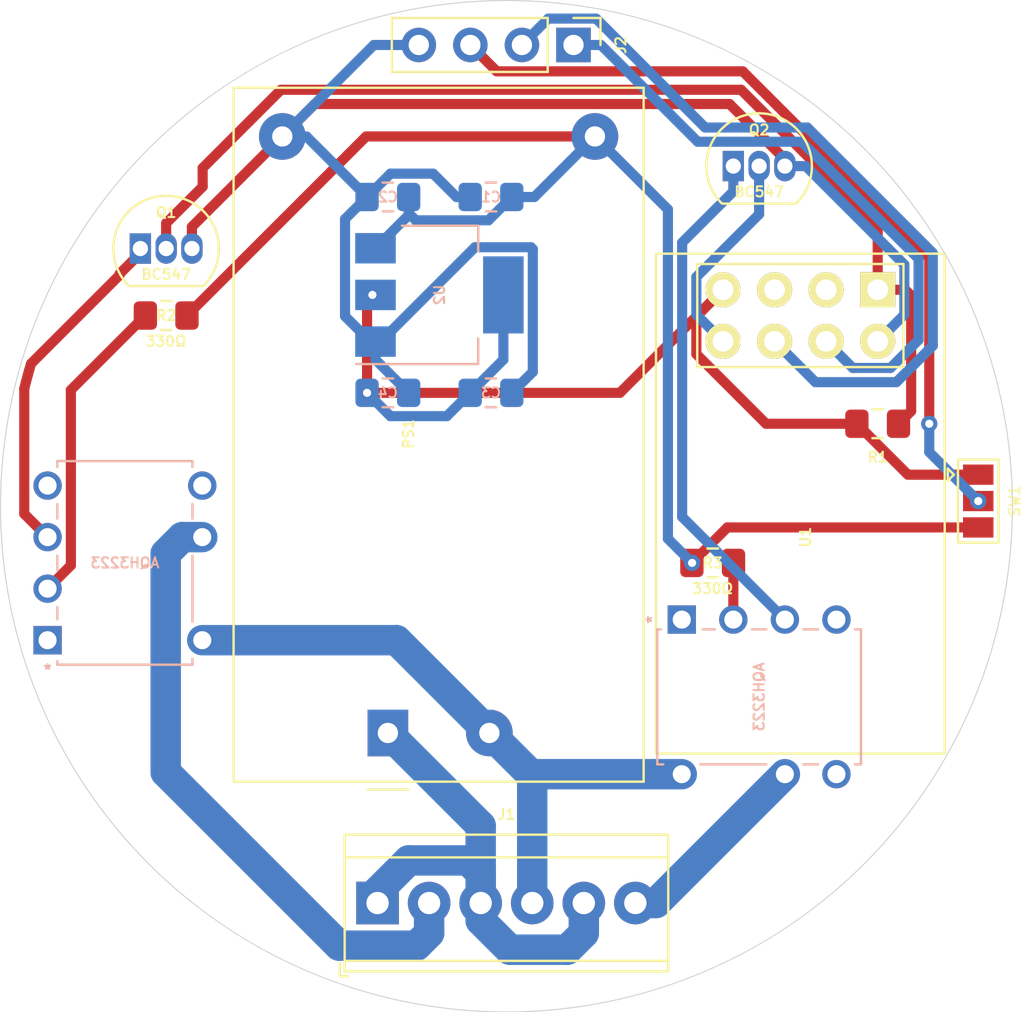
<source format=kicad_pcb>
(kicad_pcb (version 20171130) (host pcbnew "(5.1.4-0)")

  (general
    (thickness 1.6)
    (drawings 7)
    (tracks 152)
    (zones 0)
    (modules 17)
    (nets 17)
  )

  (page A4)
  (layers
    (0 F.Cu signal)
    (31 B.Cu signal)
    (32 B.Adhes user)
    (33 F.Adhes user)
    (34 B.Paste user)
    (35 F.Paste user)
    (36 B.SilkS user)
    (37 F.SilkS user)
    (38 B.Mask user)
    (39 F.Mask user)
    (40 Dwgs.User user)
    (41 Cmts.User user)
    (42 Eco1.User user)
    (43 Eco2.User user)
    (44 Edge.Cuts user)
    (45 Margin user)
    (46 B.CrtYd user)
    (47 F.CrtYd user)
    (48 B.Fab user)
    (49 F.Fab user)
  )

  (setup
    (last_trace_width 0.5)
    (trace_clearance 0.2)
    (zone_clearance 0.508)
    (zone_45_only no)
    (trace_min 0.2)
    (via_size 0.8)
    (via_drill 0.4)
    (via_min_size 0.4)
    (via_min_drill 0.3)
    (uvia_size 0.3)
    (uvia_drill 0.1)
    (uvias_allowed no)
    (uvia_min_size 0.2)
    (uvia_min_drill 0.1)
    (edge_width 0.05)
    (segment_width 0.2)
    (pcb_text_width 0.3)
    (pcb_text_size 1.5 1.5)
    (mod_edge_width 0.12)
    (mod_text_size 0.5 0.5)
    (mod_text_width 0.1)
    (pad_size 1.524 1.524)
    (pad_drill 0.762)
    (pad_to_mask_clearance 0.051)
    (solder_mask_min_width 0.25)
    (aux_axis_origin 0 0)
    (visible_elements FFFFFF7F)
    (pcbplotparams
      (layerselection 0x010fc_ffffffff)
      (usegerberextensions false)
      (usegerberattributes false)
      (usegerberadvancedattributes false)
      (creategerberjobfile false)
      (excludeedgelayer true)
      (linewidth 0.100000)
      (plotframeref false)
      (viasonmask false)
      (mode 1)
      (useauxorigin false)
      (hpglpennumber 1)
      (hpglpenspeed 20)
      (hpglpendiameter 15.000000)
      (psnegative false)
      (psa4output false)
      (plotreference true)
      (plotvalue true)
      (plotinvisibletext false)
      (padsonsilk false)
      (subtractmaskfromsilk false)
      (outputformat 1)
      (mirror false)
      (drillshape 0)
      (scaleselection 1)
      (outputdirectory "gerber/"))
  )

  (net 0 "")
  (net 1 AC)
  (net 2 Earth)
  (net 3 GND)
  (net 4 +5V)
  (net 5 +3.3V)
  (net 6 "Net-(R2-Pad1)")
  (net 7 "Net-(R3-Pad1)")
  (net 8 Relay1)
  (net 9 Relay2)
  (net 10 /TX-Relay)
  (net 11 /TX-Transistor)
  (net 12 /RX-Transistor)
  (net 13 /RX-Relay)
  (net 14 I2C-SCL)
  (net 15 I2C-SDA)
  (net 16 /I2C-VCC)

  (net_class Default "This is the default net class."
    (clearance 0.2)
    (trace_width 0.5)
    (via_dia 0.8)
    (via_drill 0.4)
    (uvia_dia 0.3)
    (uvia_drill 0.1)
    (add_net +3.3V)
    (add_net +5V)
    (add_net /I2C-VCC)
    (add_net /RX-Relay)
    (add_net /RX-Transistor)
    (add_net /TX-Relay)
    (add_net /TX-Transistor)
    (add_net GND)
    (add_net I2C-SCL)
    (add_net I2C-SDA)
    (add_net "Net-(R2-Pad1)")
    (add_net "Net-(R3-Pad1)")
  )

  (net_class AC ""
    (clearance 0.3)
    (trace_width 1.5)
    (via_dia 0.8)
    (via_drill 0.4)
    (uvia_dia 0.3)
    (uvia_drill 0.1)
    (add_net AC)
    (add_net Earth)
    (add_net Relay1)
    (add_net Relay2)
  )

  (net_class Power ""
    (clearance 0.2)
    (trace_width 1)
    (via_dia 0.8)
    (via_drill 0.4)
    (uvia_dia 0.3)
    (uvia_drill 0.1)
  )

  (module Converter_ACDC:Converter_ACDC_HiLink_HLK-PMxx (layer F.Cu) (tedit 5E2230A2) (tstamp 5EB277C3)
    (at 146.558 110.49 90)
    (descr "ACDC-Converter, 3W, HiLink, HLK-PMxx, THT, http://www.hlktech.net/product_detail.php?ProId=54")
    (tags "ACDC-Converter 3W THT HiLink board mount module")
    (path /5D799008)
    (fp_text reference PS1 (at 14.732 1.016 90) (layer F.SilkS)
      (effects (font (size 0.5 0.5) (thickness 0.1)))
    )
    (fp_text value HLK-PM01 (at 14.732 2.286 90) (layer F.Fab)
      (effects (font (size 0.5 0.5) (thickness 0.1)))
    )
    (fp_line (start -2.3 12.5) (end 31.7 12.5) (layer F.Fab) (width 0.15))
    (fp_line (start 31.7 12.5) (end 31.7 -7.5) (layer F.Fab) (width 0.15))
    (fp_line (start -2.3 12.5) (end -2.3 0.99) (layer F.Fab) (width 0.15))
    (fp_line (start -2.3 -7.5) (end 31.7 -7.5) (layer F.Fab) (width 0.15))
    (fp_text user %R (at 14.68 1.016 90) (layer F.Fab)
      (effects (font (size 0.5 0.5) (thickness 0.1)))
    )
    (fp_line (start -1.29 0) (end -2.29 1) (layer F.Fab) (width 0.15))
    (fp_line (start -2.29 -1) (end -1.29 0) (layer F.Fab) (width 0.15))
    (fp_line (start -2.3 -1) (end -2.3 -7.5) (layer F.Fab) (width 0.15))
    (fp_line (start -2.55 12.75) (end 31.95 12.75) (layer F.CrtYd) (width 0.05))
    (fp_line (start 31.95 12.75) (end 31.95 -7.75) (layer F.CrtYd) (width 0.05))
    (fp_line (start 31.95 -7.75) (end -2.55 -7.75) (layer F.CrtYd) (width 0.05))
    (fp_line (start -2.55 -7.75) (end -2.55 12.75) (layer F.CrtYd) (width 0.05))
    (fp_line (start -2.4 -7.6) (end -2.4 12.6) (layer F.SilkS) (width 0.12))
    (fp_line (start -2.4 12.6) (end 31.8 12.6) (layer F.SilkS) (width 0.12))
    (fp_line (start 31.8 12.6) (end 31.8 -7.6) (layer F.SilkS) (width 0.12))
    (fp_line (start 31.8 -7.6) (end -2.4 -7.6) (layer F.SilkS) (width 0.12))
    (fp_line (start -2.79 -1) (end -2.79 1.01) (layer F.SilkS) (width 0.12))
    (pad 3 thru_hole circle (at 29.4 -5.2 90) (size 2.3 2.3) (drill 1) (layers *.Cu *.Mask)
      (net 3 GND))
    (pad 1 thru_hole rect (at 0 0 90) (size 2.3 2) (drill 1) (layers *.Cu *.Mask)
      (net 1 AC))
    (pad 2 thru_hole circle (at 0 5 90) (size 2.3 2.3) (drill 1) (layers *.Cu *.Mask)
      (net 2 Earth))
    (pad 4 thru_hole circle (at 29.4 10.2 90) (size 2.3 2.3) (drill 1) (layers *.Cu *.Mask)
      (net 4 +5V))
    (model ${KISYS3DMOD}/Converter_ACDC.3dshapes/Converter_ACDC_HiLink_HLK-PMxx.wrl
      (offset (xyz 14.7 -2.5 0))
      (scale (xyz 1 1 1))
      (rotate (xyz 0 0 0))
    )
  )

  (module Package_TO_SOT_THT:TO-92_Inline (layer F.Cu) (tedit 5A1DD157) (tstamp 5EB0F861)
    (at 134.366 86.614)
    (descr "TO-92 leads in-line, narrow, oval pads, drill 0.75mm (see NXP sot054_po.pdf)")
    (tags "to-92 sc-43 sc-43a sot54 PA33 transistor")
    (path /5D77B6AC)
    (fp_text reference Q1 (at 1.27 -1.778) (layer F.SilkS)
      (effects (font (size 0.5 0.5) (thickness 0.1)))
    )
    (fp_text value BC547 (at 1.27 1.27) (layer F.SilkS)
      (effects (font (size 0.5 0.5) (thickness 0.1)))
    )
    (fp_arc (start 1.27 0) (end 1.27 -2.6) (angle 135) (layer F.SilkS) (width 0.12))
    (fp_arc (start 1.27 0) (end 1.27 -2.48) (angle -135) (layer F.Fab) (width 0.15))
    (fp_arc (start 1.27 0) (end 1.27 -2.6) (angle -135) (layer F.SilkS) (width 0.12))
    (fp_arc (start 1.27 0) (end 1.27 -2.48) (angle 135) (layer F.Fab) (width 0.15))
    (fp_line (start 4 2.01) (end -1.46 2.01) (layer F.CrtYd) (width 0.05))
    (fp_line (start 4 2.01) (end 4 -2.73) (layer F.CrtYd) (width 0.05))
    (fp_line (start -1.46 -2.73) (end -1.46 2.01) (layer F.CrtYd) (width 0.05))
    (fp_line (start -1.46 -2.73) (end 4 -2.73) (layer F.CrtYd) (width 0.05))
    (fp_line (start -0.5 1.75) (end 3 1.75) (layer F.Fab) (width 0.15))
    (fp_line (start -0.53 1.85) (end 3.07 1.85) (layer F.SilkS) (width 0.12))
    (fp_text user %R (at 1.27 -1.778) (layer F.Fab)
      (effects (font (size 0.5 0.5) (thickness 0.1)))
    )
    (pad 1 thru_hole rect (at 0 0) (size 1.05 1.5) (drill 0.75) (layers *.Cu *.Mask)
      (net 10 /TX-Relay))
    (pad 3 thru_hole oval (at 2.54 0) (size 1.05 1.5) (drill 0.75) (layers *.Cu *.Mask)
      (net 3 GND))
    (pad 2 thru_hole oval (at 1.27 0) (size 1.05 1.5) (drill 0.75) (layers *.Cu *.Mask)
      (net 11 /TX-Transistor))
    (model ${KISYS3DMOD}/Package_TO_SOT_THT.3dshapes/TO-92_Inline.wrl
      (at (xyz 0 0 0))
      (scale (xyz 1 1 1))
      (rotate (xyz 0 0 0))
    )
  )

  (module Package_TO_SOT_THT:TO-92_Inline (layer F.Cu) (tedit 5A1DD157) (tstamp 5EB25E05)
    (at 163.576 82.55)
    (descr "TO-92 leads in-line, narrow, oval pads, drill 0.75mm (see NXP sot054_po.pdf)")
    (tags "to-92 sc-43 sc-43a sot54 PA33 transistor")
    (path /5D77CAE0)
    (fp_text reference Q2 (at 1.27 -1.778) (layer F.SilkS)
      (effects (font (size 0.5 0.5) (thickness 0.1)))
    )
    (fp_text value BC547 (at 1.27 1.27) (layer F.SilkS)
      (effects (font (size 0.5 0.5) (thickness 0.1)))
    )
    (fp_text user %R (at 1.27 -1.778) (layer F.Fab)
      (effects (font (size 0.5 0.5) (thickness 0.1)))
    )
    (fp_line (start -0.53 1.85) (end 3.07 1.85) (layer F.SilkS) (width 0.12))
    (fp_line (start -0.5 1.75) (end 3 1.75) (layer F.Fab) (width 0.15))
    (fp_line (start -1.46 -2.73) (end 4 -2.73) (layer F.CrtYd) (width 0.05))
    (fp_line (start -1.46 -2.73) (end -1.46 2.01) (layer F.CrtYd) (width 0.05))
    (fp_line (start 4 2.01) (end 4 -2.73) (layer F.CrtYd) (width 0.05))
    (fp_line (start 4 2.01) (end -1.46 2.01) (layer F.CrtYd) (width 0.05))
    (fp_arc (start 1.27 0) (end 1.27 -2.48) (angle 135) (layer F.Fab) (width 0.15))
    (fp_arc (start 1.27 0) (end 1.27 -2.6) (angle -135) (layer F.SilkS) (width 0.12))
    (fp_arc (start 1.27 0) (end 1.27 -2.48) (angle -135) (layer F.Fab) (width 0.15))
    (fp_arc (start 1.27 0) (end 1.27 -2.6) (angle 135) (layer F.SilkS) (width 0.12))
    (pad 2 thru_hole oval (at 1.27 0) (size 1.05 1.5) (drill 0.75) (layers *.Cu *.Mask)
      (net 12 /RX-Transistor))
    (pad 3 thru_hole oval (at 2.54 0) (size 1.05 1.5) (drill 0.75) (layers *.Cu *.Mask)
      (net 3 GND))
    (pad 1 thru_hole rect (at 0 0) (size 1.05 1.5) (drill 0.75) (layers *.Cu *.Mask)
      (net 13 /RX-Relay))
    (model ${KISYS3DMOD}/Package_TO_SOT_THT.3dshapes/TO-92_Inline.wrl
      (at (xyz 0 0 0))
      (scale (xyz 1 1 1))
      (rotate (xyz 0 0 0))
    )
  )

  (module Resistor_SMD:R_0805_2012Metric_Pad1.15x1.40mm_HandSolder (layer F.Cu) (tedit 5B36C52B) (tstamp 5EB0F895)
    (at 135.636 89.916)
    (descr "Resistor SMD 0805 (2012 Metric), square (rectangular) end terminal, IPC_7351 nominal with elongated pad for handsoldering. (Body size source: https://docs.google.com/spreadsheets/d/1BsfQQcO9C6DZCsRaXUlFlo91Tg2WpOkGARC1WS5S8t0/edit?usp=sharing), generated with kicad-footprint-generator")
    (tags "resistor handsolder")
    (path /5EB387B6)
    (attr smd)
    (fp_text reference R2 (at 0 0) (layer F.SilkS)
      (effects (font (size 0.5 0.5) (thickness 0.1)))
    )
    (fp_text value 330Ω (at 0 1.27) (layer F.SilkS)
      (effects (font (size 0.5 0.5) (thickness 0.1)))
    )
    (fp_text user %R (at 0 0) (layer F.Fab)
      (effects (font (size 0.5 0.5) (thickness 0.1)))
    )
    (fp_line (start 1.85 0.95) (end -1.85 0.95) (layer F.CrtYd) (width 0.05))
    (fp_line (start 1.85 -0.95) (end 1.85 0.95) (layer F.CrtYd) (width 0.05))
    (fp_line (start -1.85 -0.95) (end 1.85 -0.95) (layer F.CrtYd) (width 0.05))
    (fp_line (start -1.85 0.95) (end -1.85 -0.95) (layer F.CrtYd) (width 0.05))
    (fp_line (start -0.261252 0.71) (end 0.261252 0.71) (layer F.SilkS) (width 0.12))
    (fp_line (start -0.261252 -0.71) (end 0.261252 -0.71) (layer F.SilkS) (width 0.12))
    (fp_line (start 1 0.6) (end -1 0.6) (layer F.Fab) (width 0.15))
    (fp_line (start 1 -0.6) (end 1 0.6) (layer F.Fab) (width 0.15))
    (fp_line (start -1 -0.6) (end 1 -0.6) (layer F.Fab) (width 0.15))
    (fp_line (start -1 0.6) (end -1 -0.6) (layer F.Fab) (width 0.15))
    (pad 2 smd roundrect (at 1.025 0) (size 1.15 1.4) (layers F.Cu F.Paste F.Mask) (roundrect_rratio 0.217391)
      (net 4 +5V))
    (pad 1 smd roundrect (at -1.025 0) (size 1.15 1.4) (layers F.Cu F.Paste F.Mask) (roundrect_rratio 0.217391)
      (net 6 "Net-(R2-Pad1)"))
    (model ${KISYS3DMOD}/Resistor_SMD.3dshapes/R_0805_2012Metric.wrl
      (at (xyz 0 0 0))
      (scale (xyz 1 1 1))
      (rotate (xyz 0 0 0))
    )
  )

  (module Resistor_SMD:R_0805_2012Metric_Pad1.15x1.40mm_HandSolder (layer F.Cu) (tedit 5B36C52B) (tstamp 5EB25E37)
    (at 162.56 102.108 180)
    (descr "Resistor SMD 0805 (2012 Metric), square (rectangular) end terminal, IPC_7351 nominal with elongated pad for handsoldering. (Body size source: https://docs.google.com/spreadsheets/d/1BsfQQcO9C6DZCsRaXUlFlo91Tg2WpOkGARC1WS5S8t0/edit?usp=sharing), generated with kicad-footprint-generator")
    (tags "resistor handsolder")
    (path /5EB1ECA8)
    (attr smd)
    (fp_text reference R3 (at 0 0) (layer F.SilkS)
      (effects (font (size 0.5 0.5) (thickness 0.1)))
    )
    (fp_text value 330Ω (at 0 -1.27) (layer F.SilkS)
      (effects (font (size 0.5 0.5) (thickness 0.1)))
    )
    (fp_line (start -1 0.6) (end -1 -0.6) (layer F.Fab) (width 0.15))
    (fp_line (start -1 -0.6) (end 1 -0.6) (layer F.Fab) (width 0.15))
    (fp_line (start 1 -0.6) (end 1 0.6) (layer F.Fab) (width 0.15))
    (fp_line (start 1 0.6) (end -1 0.6) (layer F.Fab) (width 0.15))
    (fp_line (start -0.261252 -0.71) (end 0.261252 -0.71) (layer F.SilkS) (width 0.12))
    (fp_line (start -0.261252 0.71) (end 0.261252 0.71) (layer F.SilkS) (width 0.12))
    (fp_line (start -1.85 0.95) (end -1.85 -0.95) (layer F.CrtYd) (width 0.05))
    (fp_line (start -1.85 -0.95) (end 1.85 -0.95) (layer F.CrtYd) (width 0.05))
    (fp_line (start 1.85 -0.95) (end 1.85 0.95) (layer F.CrtYd) (width 0.05))
    (fp_line (start 1.85 0.95) (end -1.85 0.95) (layer F.CrtYd) (width 0.05))
    (fp_text user %R (at 0 0) (layer F.Fab)
      (effects (font (size 0.5 0.5) (thickness 0.1)))
    )
    (pad 1 smd roundrect (at -1.025 0 180) (size 1.15 1.4) (layers F.Cu F.Paste F.Mask) (roundrect_rratio 0.217391)
      (net 7 "Net-(R3-Pad1)"))
    (pad 2 smd roundrect (at 1.025 0 180) (size 1.15 1.4) (layers F.Cu F.Paste F.Mask) (roundrect_rratio 0.217391)
      (net 4 +5V))
    (model ${KISYS3DMOD}/Resistor_SMD.3dshapes/R_0805_2012Metric.wrl
      (at (xyz 0 0 0))
      (scale (xyz 1 1 1))
      (rotate (xyz 0 0 0))
    )
  )

  (module ESP8266:ESP-01 (layer F.Cu) (tedit 5E776163) (tstamp 5EB0F8C4)
    (at 170.688 88.646 270)
    (descr "Module, ESP-8266, ESP-01, 8 pin")
    (tags "Module ESP-8266 ESP8266")
    (path /5D777E88)
    (fp_text reference U1 (at 12.192 3.556 90) (layer F.SilkS)
      (effects (font (size 0.5 0.5) (thickness 0.1)))
    )
    (fp_text value ESP-01v090 (at 12.192 3.556 90) (layer F.Fab)
      (effects (font (size 0.5 0.5) (thickness 0.1)))
    )
    (fp_line (start -1.778 -3.302) (end 22.86 -3.302) (layer F.SilkS) (width 0.12))
    (fp_line (start 22.86 -3.302) (end 22.86 10.922) (layer F.SilkS) (width 0.12))
    (fp_line (start 22.86 10.922) (end -1.778 10.922) (layer F.SilkS) (width 0.12))
    (fp_line (start -1.778 10.922) (end -1.778 -3.302) (layer F.SilkS) (width 0.12))
    (fp_line (start -1.778 -3.302) (end 22.86 -3.302) (layer F.Fab) (width 0.15))
    (fp_line (start 22.86 -3.302) (end 22.86 10.922) (layer F.Fab) (width 0.15))
    (fp_line (start 22.86 10.922) (end -1.778 10.922) (layer F.Fab) (width 0.15))
    (fp_line (start -1.778 10.922) (end -1.778 -3.302) (layer F.Fab) (width 0.15))
    (fp_line (start 1.27 -1.27) (end -1.27 -1.27) (layer F.SilkS) (width 0.12))
    (fp_line (start -1.27 -1.27) (end -1.27 1.27) (layer F.SilkS) (width 0.12))
    (fp_line (start -1.75 -1.75) (end -1.75 9.4) (layer F.CrtYd) (width 0.05))
    (fp_line (start 4.3 -1.75) (end 4.3 9.4) (layer F.CrtYd) (width 0.05))
    (fp_line (start -1.75 -1.75) (end 4.3 -1.75) (layer F.CrtYd) (width 0.05))
    (fp_line (start -1.75 9.4) (end 4.3 9.4) (layer F.CrtYd) (width 0.05))
    (fp_line (start -1.27 1.27) (end -1.27 8.89) (layer F.SilkS) (width 0.12))
    (fp_line (start -1.27 8.89) (end 3.81 8.89) (layer F.SilkS) (width 0.12))
    (fp_line (start 3.81 8.89) (end 3.81 -1.27) (layer F.SilkS) (width 0.12))
    (fp_line (start 3.81 -1.27) (end 1.27 -1.27) (layer F.SilkS) (width 0.12))
    (pad 1 thru_hole rect (at 0 0 270) (size 1.7272 1.7272) (drill 1.016) (layers *.Cu *.Mask F.SilkS)
      (net 11 /TX-Transistor))
    (pad 2 thru_hole oval (at 2.54 0 270) (size 1.7272 1.7272) (drill 1.016) (layers *.Cu *.Mask F.SilkS)
      (net 3 GND))
    (pad 3 thru_hole oval (at 0 2.54 270) (size 1.7272 1.7272) (drill 1.016) (layers *.Cu *.Mask F.SilkS))
    (pad 4 thru_hole oval (at 2.54 2.54 270) (size 1.7272 1.7272) (drill 1.016) (layers *.Cu *.Mask F.SilkS)
      (net 14 I2C-SCL))
    (pad 5 thru_hole oval (at 0 5.08 270) (size 1.7272 1.7272) (drill 1.016) (layers *.Cu *.Mask F.SilkS))
    (pad 6 thru_hole oval (at 2.54 5.08 270) (size 1.7272 1.7272) (drill 1.016) (layers *.Cu *.Mask F.SilkS)
      (net 15 I2C-SDA))
    (pad 7 thru_hole oval (at 0 7.62 270) (size 1.7272 1.7272) (drill 1.016) (layers *.Cu *.Mask F.SilkS)
      (net 5 +3.3V))
    (pad 8 thru_hole oval (at 2.54 7.62 270) (size 1.7272 1.7272) (drill 1.016) (layers *.Cu *.Mask F.SilkS)
      (net 12 /RX-Transistor))
    (model /Users/jabbas/kicad/libraries/ESP8266/ESP8266.3dshapes/ESP8266_ESP01_cp.wrl
      (at (xyz 0 0 0))
      (scale (xyz 1 1 1))
      (rotate (xyz 0 0 0))
    )
  )

  (module AQH3223:AQH3223 (layer B.Cu) (tedit 0) (tstamp 5EB0F92A)
    (at 129.794 105.918)
    (path /5EB22205)
    (fp_text reference U3 (at 3.81 -3.81) (layer B.Fab)
      (effects (font (size 0.5 0.5) (thickness 0.1)) (justify mirror))
    )
    (fp_text value AQH3223 (at 3.81 -3.81) (layer B.SilkS)
      (effects (font (size 0.5 0.5) (thickness 0.1)) (justify mirror))
    )
    (fp_arc (start 3.81 1.0795) (end 4.1148 1.0795) (angle -180) (layer B.Fab) (width 0.15))
    (fp_line (start 7.2644 -8.5725) (end 8.5725 -8.5725) (layer B.CrtYd) (width 0.05))
    (fp_line (start 7.2644 -8.9535) (end 7.2644 -8.5725) (layer B.CrtYd) (width 0.05))
    (fp_line (start 0.3556 -8.9535) (end 7.2644 -8.9535) (layer B.CrtYd) (width 0.05))
    (fp_line (start 0.3556 -8.5725) (end 0.3556 -8.9535) (layer B.CrtYd) (width 0.05))
    (fp_line (start -0.9525 -8.5725) (end 0.3556 -8.5725) (layer B.CrtYd) (width 0.05))
    (fp_line (start -0.9525 0.9525) (end -0.9525 -8.5725) (layer B.CrtYd) (width 0.05))
    (fp_line (start 0.3556 0.9525) (end -0.9525 0.9525) (layer B.CrtYd) (width 0.05))
    (fp_line (start 0.3556 1.3335) (end 0.3556 0.9525) (layer B.CrtYd) (width 0.05))
    (fp_line (start 7.2644 1.3335) (end 0.3556 1.3335) (layer B.CrtYd) (width 0.05))
    (fp_line (start 7.2644 0.9525) (end 7.2644 1.3335) (layer B.CrtYd) (width 0.05))
    (fp_line (start 8.5725 0.9525) (end 7.2644 0.9525) (layer B.CrtYd) (width 0.05))
    (fp_line (start 8.5725 -8.5725) (end 8.5725 0.9525) (layer B.CrtYd) (width 0.05))
    (fp_line (start 7.1374 0.911347) (end 7.1374 1.2065) (layer B.SilkS) (width 0.12))
    (fp_line (start 7.1374 -4.168653) (end 7.1374 -0.911347) (layer B.SilkS) (width 0.12))
    (fp_line (start 7.1374 -6.708653) (end 7.1374 -5.991347) (layer B.SilkS) (width 0.12))
    (fp_line (start 0.4826 -8.531347) (end 0.4826 -8.8265) (layer B.SilkS) (width 0.12))
    (fp_line (start 0.4826 -5.991347) (end 0.4826 -6.708653) (layer B.SilkS) (width 0.12))
    (fp_line (start 0.4826 -3.451347) (end 0.4826 -4.168653) (layer B.SilkS) (width 0.12))
    (fp_line (start 0.4826 -1.03124) (end 0.4826 -1.628653) (layer B.SilkS) (width 0.12))
    (fp_line (start 0.6096 1.0795) (end 0.6096 -8.6995) (layer B.Fab) (width 0.15))
    (fp_line (start 7.0104 1.0795) (end 0.6096 1.0795) (layer B.Fab) (width 0.15))
    (fp_line (start 7.0104 -8.6995) (end 7.0104 1.0795) (layer B.Fab) (width 0.15))
    (fp_line (start 0.6096 -8.6995) (end 7.0104 -8.6995) (layer B.Fab) (width 0.15))
    (fp_line (start 0.4826 1.2065) (end 0.4826 1.03124) (layer B.SilkS) (width 0.12))
    (fp_line (start 7.1374 1.2065) (end 0.4826 1.2065) (layer B.SilkS) (width 0.12))
    (fp_line (start 7.1374 -8.8265) (end 7.1374 -8.531347) (layer B.SilkS) (width 0.12))
    (fp_line (start 0.4826 -8.8265) (end 7.1374 -8.8265) (layer B.SilkS) (width 0.12))
    (fp_line (start 8.0645 0.4445) (end 7.0104 0.4445) (layer B.Fab) (width 0.15))
    (fp_line (start 8.0645 -0.4445) (end 8.0645 0.4445) (layer B.Fab) (width 0.15))
    (fp_line (start 7.0104 -0.4445) (end 8.0645 -0.4445) (layer B.Fab) (width 0.15))
    (fp_line (start 7.0104 0.4445) (end 7.0104 -0.4445) (layer B.Fab) (width 0.15))
    (fp_line (start 8.0645 -2.0955) (end 7.0104 -2.0955) (layer B.Fab) (width 0.15))
    (fp_line (start 8.0645 -2.9845) (end 8.0645 -2.0955) (layer B.Fab) (width 0.15))
    (fp_line (start 7.0104 -2.9845) (end 8.0645 -2.9845) (layer B.Fab) (width 0.15))
    (fp_line (start 7.0104 -2.0955) (end 7.0104 -2.9845) (layer B.Fab) (width 0.15))
    (fp_line (start 8.0645 -4.6355) (end 7.0104 -4.6355) (layer B.Fab) (width 0.15))
    (fp_line (start 8.0645 -5.5245) (end 8.0645 -4.6355) (layer B.Fab) (width 0.15))
    (fp_line (start 7.0104 -5.5245) (end 8.0645 -5.5245) (layer B.Fab) (width 0.15))
    (fp_line (start 7.0104 -4.6355) (end 7.0104 -5.5245) (layer B.Fab) (width 0.15))
    (fp_line (start 8.0645 -7.1755) (end 7.0104 -7.1755) (layer B.Fab) (width 0.15))
    (fp_line (start 8.0645 -8.0645) (end 8.0645 -7.1755) (layer B.Fab) (width 0.15))
    (fp_line (start 7.0104 -8.0645) (end 8.0645 -8.0645) (layer B.Fab) (width 0.15))
    (fp_line (start 7.0104 -7.1755) (end 7.0104 -8.0645) (layer B.Fab) (width 0.15))
    (fp_line (start -0.4445 -8.0645) (end 0.6096 -8.0645) (layer B.Fab) (width 0.15))
    (fp_line (start -0.4445 -7.1755) (end -0.4445 -8.0645) (layer B.Fab) (width 0.15))
    (fp_line (start 0.6096 -7.1755) (end -0.4445 -7.1755) (layer B.Fab) (width 0.15))
    (fp_line (start 0.6096 -8.0645) (end 0.6096 -7.1755) (layer B.Fab) (width 0.15))
    (fp_line (start -0.4445 -5.5245) (end 0.6096 -5.5245) (layer B.Fab) (width 0.15))
    (fp_line (start -0.4445 -4.6355) (end -0.4445 -5.5245) (layer B.Fab) (width 0.15))
    (fp_line (start 0.6096 -4.6355) (end -0.4445 -4.6355) (layer B.Fab) (width 0.15))
    (fp_line (start 0.6096 -5.5245) (end 0.6096 -4.6355) (layer B.Fab) (width 0.15))
    (fp_line (start -0.4445 -2.9845) (end 0.6096 -2.9845) (layer B.Fab) (width 0.15))
    (fp_line (start -0.4445 -2.0955) (end -0.4445 -2.9845) (layer B.Fab) (width 0.15))
    (fp_line (start 0.6096 -2.0955) (end -0.4445 -2.0955) (layer B.Fab) (width 0.15))
    (fp_line (start 0.6096 -2.9845) (end 0.6096 -2.0955) (layer B.Fab) (width 0.15))
    (fp_line (start -0.4445 -0.4445) (end 0.6096 -0.4445) (layer B.Fab) (width 0.15))
    (fp_line (start -0.4445 0.4445) (end -0.4445 -0.4445) (layer B.Fab) (width 0.15))
    (fp_line (start 0.6096 0.4445) (end -0.4445 0.4445) (layer B.Fab) (width 0.15))
    (fp_line (start 0.6096 -0.4445) (end 0.6096 0.4445) (layer B.Fab) (width 0.15))
    (fp_text user * (at 0 1.4605) (layer B.SilkS)
      (effects (font (size 0.5 0.5) (thickness 0.1)) (justify mirror))
    )
    (fp_text user * (at 0.8636 0) (layer B.Fab)
      (effects (font (size 0.5 0.5) (thickness 0.1)) (justify mirror))
    )
    (fp_text user 0.055in/1.397mm (at 0 -11.1125) (layer Dwgs.User) hide
      (effects (font (size 0.5 0.5) (thickness 0.1)))
    )
    (fp_text user 0.3in/7.62mm (at 3.81 3.4925) (layer Dwgs.User) hide
      (effects (font (size 0.5 0.5) (thickness 0.1)))
    )
    (fp_text user 0.055in/1.397mm (at 10.668 0) (layer Dwgs.User) hide
      (effects (font (size 0.5 0.5) (thickness 0.1)))
    )
    (fp_text user 0.1in/2.54mm (at -3.048 -1.27) (layer Dwgs.User) hide
      (effects (font (size 0.5 0.5) (thickness 0.1)))
    )
    (fp_text user * (at 0.8636 0) (layer B.Fab)
      (effects (font (size 0.5 0.5) (thickness 0.1)) (justify mirror))
    )
    (fp_text user * (at 0 1.4605) (layer B.SilkS)
      (effects (font (size 0.5 0.5) (thickness 0.1)) (justify mirror))
    )
    (pad 8 thru_hole circle (at 7.62 0) (size 1.397 1.397) (drill 0.889) (layers *.Cu *.Mask)
      (net 2 Earth))
    (pad 6 thru_hole circle (at 7.62 -5.08) (size 1.397 1.397) (drill 0.889) (layers *.Cu *.Mask)
      (net 8 Relay1))
    (pad 5 thru_hole circle (at 7.62 -7.62) (size 1.397 1.397) (drill 0.889) (layers *.Cu *.Mask))
    (pad 4 thru_hole circle (at 0 -7.62) (size 1.397 1.397) (drill 0.889) (layers *.Cu *.Mask))
    (pad 3 thru_hole circle (at 0 -5.08) (size 1.397 1.397) (drill 0.889) (layers *.Cu *.Mask)
      (net 10 /TX-Relay))
    (pad 2 thru_hole circle (at 0 -2.54) (size 1.397 1.397) (drill 0.889) (layers *.Cu *.Mask)
      (net 6 "Net-(R2-Pad1)"))
    (pad 1 thru_hole rect (at 0 0) (size 1.397 1.397) (drill 0.889) (layers *.Cu *.Mask))
  )

  (module AQH3223:AQH3223 (layer B.Cu) (tedit 0) (tstamp 5EB0F97A)
    (at 161.036 104.902 270)
    (path /5EAFDDA7)
    (fp_text reference U4 (at 3.81 -3.81 270) (layer B.Fab)
      (effects (font (size 0.5 0.5) (thickness 0.1)) (justify mirror))
    )
    (fp_text value AQH3223 (at 3.81 -3.81 270) (layer B.SilkS)
      (effects (font (size 0.5 0.5) (thickness 0.1)) (justify mirror))
    )
    (fp_text user * (at 0 1.4605 270) (layer B.SilkS)
      (effects (font (size 0.5 0.5) (thickness 0.1)) (justify mirror))
    )
    (fp_text user * (at 0.8636 0 270) (layer B.Fab)
      (effects (font (size 0.5 0.5) (thickness 0.1)) (justify mirror))
    )
    (fp_text user 0.1in/2.54mm (at -3.048 -1.27 270) (layer Dwgs.User) hide
      (effects (font (size 0.5 0.5) (thickness 0.1)))
    )
    (fp_text user 0.055in/1.397mm (at 10.668 0 270) (layer Dwgs.User) hide
      (effects (font (size 0.5 0.5) (thickness 0.1)))
    )
    (fp_text user 0.3in/7.62mm (at 3.81 3.4925 270) (layer Dwgs.User) hide
      (effects (font (size 0.5 0.5) (thickness 0.1)))
    )
    (fp_text user 0.055in/1.397mm (at 0 -11.1125 270) (layer Dwgs.User) hide
      (effects (font (size 0.5 0.5) (thickness 0.1)))
    )
    (fp_text user * (at 0.8636 0 270) (layer B.Fab)
      (effects (font (size 0.5 0.5) (thickness 0.1)) (justify mirror))
    )
    (fp_text user * (at 0 1.4605 270) (layer B.SilkS)
      (effects (font (size 0.5 0.5) (thickness 0.1)) (justify mirror))
    )
    (fp_line (start 0.6096 -0.4445) (end 0.6096 0.4445) (layer B.Fab) (width 0.15))
    (fp_line (start 0.6096 0.4445) (end -0.4445 0.4445) (layer B.Fab) (width 0.15))
    (fp_line (start -0.4445 0.4445) (end -0.4445 -0.4445) (layer B.Fab) (width 0.15))
    (fp_line (start -0.4445 -0.4445) (end 0.6096 -0.4445) (layer B.Fab) (width 0.15))
    (fp_line (start 0.6096 -2.9845) (end 0.6096 -2.0955) (layer B.Fab) (width 0.15))
    (fp_line (start 0.6096 -2.0955) (end -0.4445 -2.0955) (layer B.Fab) (width 0.15))
    (fp_line (start -0.4445 -2.0955) (end -0.4445 -2.9845) (layer B.Fab) (width 0.15))
    (fp_line (start -0.4445 -2.9845) (end 0.6096 -2.9845) (layer B.Fab) (width 0.15))
    (fp_line (start 0.6096 -5.5245) (end 0.6096 -4.6355) (layer B.Fab) (width 0.15))
    (fp_line (start 0.6096 -4.6355) (end -0.4445 -4.6355) (layer B.Fab) (width 0.15))
    (fp_line (start -0.4445 -4.6355) (end -0.4445 -5.5245) (layer B.Fab) (width 0.15))
    (fp_line (start -0.4445 -5.5245) (end 0.6096 -5.5245) (layer B.Fab) (width 0.15))
    (fp_line (start 0.6096 -8.0645) (end 0.6096 -7.1755) (layer B.Fab) (width 0.15))
    (fp_line (start 0.6096 -7.1755) (end -0.4445 -7.1755) (layer B.Fab) (width 0.15))
    (fp_line (start -0.4445 -7.1755) (end -0.4445 -8.0645) (layer B.Fab) (width 0.15))
    (fp_line (start -0.4445 -8.0645) (end 0.6096 -8.0645) (layer B.Fab) (width 0.15))
    (fp_line (start 7.0104 -7.1755) (end 7.0104 -8.0645) (layer B.Fab) (width 0.15))
    (fp_line (start 7.0104 -8.0645) (end 8.0645 -8.0645) (layer B.Fab) (width 0.15))
    (fp_line (start 8.0645 -8.0645) (end 8.0645 -7.1755) (layer B.Fab) (width 0.15))
    (fp_line (start 8.0645 -7.1755) (end 7.0104 -7.1755) (layer B.Fab) (width 0.15))
    (fp_line (start 7.0104 -4.6355) (end 7.0104 -5.5245) (layer B.Fab) (width 0.15))
    (fp_line (start 7.0104 -5.5245) (end 8.0645 -5.5245) (layer B.Fab) (width 0.15))
    (fp_line (start 8.0645 -5.5245) (end 8.0645 -4.6355) (layer B.Fab) (width 0.15))
    (fp_line (start 8.0645 -4.6355) (end 7.0104 -4.6355) (layer B.Fab) (width 0.15))
    (fp_line (start 7.0104 -2.0955) (end 7.0104 -2.9845) (layer B.Fab) (width 0.15))
    (fp_line (start 7.0104 -2.9845) (end 8.0645 -2.9845) (layer B.Fab) (width 0.15))
    (fp_line (start 8.0645 -2.9845) (end 8.0645 -2.0955) (layer B.Fab) (width 0.15))
    (fp_line (start 8.0645 -2.0955) (end 7.0104 -2.0955) (layer B.Fab) (width 0.15))
    (fp_line (start 7.0104 0.4445) (end 7.0104 -0.4445) (layer B.Fab) (width 0.15))
    (fp_line (start 7.0104 -0.4445) (end 8.0645 -0.4445) (layer B.Fab) (width 0.15))
    (fp_line (start 8.0645 -0.4445) (end 8.0645 0.4445) (layer B.Fab) (width 0.15))
    (fp_line (start 8.0645 0.4445) (end 7.0104 0.4445) (layer B.Fab) (width 0.15))
    (fp_line (start 0.4826 -8.8265) (end 7.1374 -8.8265) (layer B.SilkS) (width 0.12))
    (fp_line (start 7.1374 -8.8265) (end 7.1374 -8.531347) (layer B.SilkS) (width 0.12))
    (fp_line (start 7.1374 1.2065) (end 0.4826 1.2065) (layer B.SilkS) (width 0.12))
    (fp_line (start 0.4826 1.2065) (end 0.4826 1.03124) (layer B.SilkS) (width 0.12))
    (fp_line (start 0.6096 -8.6995) (end 7.0104 -8.6995) (layer B.Fab) (width 0.15))
    (fp_line (start 7.0104 -8.6995) (end 7.0104 1.0795) (layer B.Fab) (width 0.15))
    (fp_line (start 7.0104 1.0795) (end 0.6096 1.0795) (layer B.Fab) (width 0.15))
    (fp_line (start 0.6096 1.0795) (end 0.6096 -8.6995) (layer B.Fab) (width 0.15))
    (fp_line (start 0.4826 -1.03124) (end 0.4826 -1.628653) (layer B.SilkS) (width 0.12))
    (fp_line (start 0.4826 -3.451347) (end 0.4826 -4.168653) (layer B.SilkS) (width 0.12))
    (fp_line (start 0.4826 -5.991347) (end 0.4826 -6.708653) (layer B.SilkS) (width 0.12))
    (fp_line (start 0.4826 -8.531347) (end 0.4826 -8.8265) (layer B.SilkS) (width 0.12))
    (fp_line (start 7.1374 -6.708653) (end 7.1374 -5.991347) (layer B.SilkS) (width 0.12))
    (fp_line (start 7.1374 -4.168653) (end 7.1374 -0.911347) (layer B.SilkS) (width 0.12))
    (fp_line (start 7.1374 0.911347) (end 7.1374 1.2065) (layer B.SilkS) (width 0.12))
    (fp_line (start 8.5725 -8.5725) (end 8.5725 0.9525) (layer B.CrtYd) (width 0.05))
    (fp_line (start 8.5725 0.9525) (end 7.2644 0.9525) (layer B.CrtYd) (width 0.05))
    (fp_line (start 7.2644 0.9525) (end 7.2644 1.3335) (layer B.CrtYd) (width 0.05))
    (fp_line (start 7.2644 1.3335) (end 0.3556 1.3335) (layer B.CrtYd) (width 0.05))
    (fp_line (start 0.3556 1.3335) (end 0.3556 0.9525) (layer B.CrtYd) (width 0.05))
    (fp_line (start 0.3556 0.9525) (end -0.9525 0.9525) (layer B.CrtYd) (width 0.05))
    (fp_line (start -0.9525 0.9525) (end -0.9525 -8.5725) (layer B.CrtYd) (width 0.05))
    (fp_line (start -0.9525 -8.5725) (end 0.3556 -8.5725) (layer B.CrtYd) (width 0.05))
    (fp_line (start 0.3556 -8.5725) (end 0.3556 -8.9535) (layer B.CrtYd) (width 0.05))
    (fp_line (start 0.3556 -8.9535) (end 7.2644 -8.9535) (layer B.CrtYd) (width 0.05))
    (fp_line (start 7.2644 -8.9535) (end 7.2644 -8.5725) (layer B.CrtYd) (width 0.05))
    (fp_line (start 7.2644 -8.5725) (end 8.5725 -8.5725) (layer B.CrtYd) (width 0.05))
    (fp_arc (start 3.81 1.0795) (end 4.1148 1.0795) (angle -180) (layer B.Fab) (width 0.15))
    (pad 1 thru_hole rect (at 0 0 270) (size 1.397 1.397) (drill 0.889) (layers *.Cu *.Mask))
    (pad 2 thru_hole circle (at 0 -2.54 270) (size 1.397 1.397) (drill 0.889) (layers *.Cu *.Mask)
      (net 7 "Net-(R3-Pad1)"))
    (pad 3 thru_hole circle (at 0 -5.08 270) (size 1.397 1.397) (drill 0.889) (layers *.Cu *.Mask)
      (net 13 /RX-Relay))
    (pad 4 thru_hole circle (at 0 -7.62 270) (size 1.397 1.397) (drill 0.889) (layers *.Cu *.Mask))
    (pad 5 thru_hole circle (at 7.62 -7.62 270) (size 1.397 1.397) (drill 0.889) (layers *.Cu *.Mask))
    (pad 6 thru_hole circle (at 7.62 -5.08 270) (size 1.397 1.397) (drill 0.889) (layers *.Cu *.Mask)
      (net 9 Relay2))
    (pad 8 thru_hole circle (at 7.62 0 270) (size 1.397 1.397) (drill 0.889) (layers *.Cu *.Mask)
      (net 2 Earth))
  )

  (module Capacitor_SMD:C_0805_2012Metric_Pad1.15x1.40mm_HandSolder (layer B.Cu) (tedit 5B36C52B) (tstamp 5EB15985)
    (at 151.638 84.074 180)
    (descr "Capacitor SMD 0805 (2012 Metric), square (rectangular) end terminal, IPC_7351 nominal with elongated pad for handsoldering. (Body size source: https://docs.google.com/spreadsheets/d/1BsfQQcO9C6DZCsRaXUlFlo91Tg2WpOkGARC1WS5S8t0/edit?usp=sharing), generated with kicad-footprint-generator")
    (tags "capacitor handsolder")
    (path /5E2C9B4B)
    (attr smd)
    (fp_text reference C1 (at 0 0) (layer B.SilkS)
      (effects (font (size 0.5 0.5) (thickness 0.1)) (justify mirror))
    )
    (fp_text value 4.7uF (at 0 1.524) (layer B.Fab)
      (effects (font (size 0.5 0.5) (thickness 0.1)) (justify mirror))
    )
    (fp_line (start -1 -0.6) (end -1 0.6) (layer B.Fab) (width 0.15))
    (fp_line (start -1 0.6) (end 1 0.6) (layer B.Fab) (width 0.15))
    (fp_line (start 1 0.6) (end 1 -0.6) (layer B.Fab) (width 0.15))
    (fp_line (start 1 -0.6) (end -1 -0.6) (layer B.Fab) (width 0.15))
    (fp_line (start -0.261252 0.71) (end 0.261252 0.71) (layer B.SilkS) (width 0.12))
    (fp_line (start -0.261252 -0.71) (end 0.261252 -0.71) (layer B.SilkS) (width 0.12))
    (fp_line (start -1.85 -0.95) (end -1.85 0.95) (layer B.CrtYd) (width 0.05))
    (fp_line (start -1.85 0.95) (end 1.85 0.95) (layer B.CrtYd) (width 0.05))
    (fp_line (start 1.85 0.95) (end 1.85 -0.95) (layer B.CrtYd) (width 0.05))
    (fp_line (start 1.85 -0.95) (end -1.85 -0.95) (layer B.CrtYd) (width 0.05))
    (fp_text user %R (at 0 0) (layer B.Fab)
      (effects (font (size 0.5 0.5) (thickness 0.1)) (justify mirror))
    )
    (pad 1 smd roundrect (at -1.025 0 180) (size 1.15 1.4) (layers B.Cu B.Paste B.Mask) (roundrect_rratio 0.217391)
      (net 4 +5V))
    (pad 2 smd roundrect (at 1.025 0 180) (size 1.15 1.4) (layers B.Cu B.Paste B.Mask) (roundrect_rratio 0.217391)
      (net 3 GND))
    (model ${KISYS3DMOD}/Capacitor_SMD.3dshapes/C_0805_2012Metric.wrl
      (at (xyz 0 0 0))
      (scale (xyz 1 1 1))
      (rotate (xyz 0 0 0))
    )
  )

  (module Capacitor_SMD:C_0805_2012Metric_Pad1.15x1.40mm_HandSolder (layer B.Cu) (tedit 5B36C52B) (tstamp 5EB15996)
    (at 146.558 84.074 180)
    (descr "Capacitor SMD 0805 (2012 Metric), square (rectangular) end terminal, IPC_7351 nominal with elongated pad for handsoldering. (Body size source: https://docs.google.com/spreadsheets/d/1BsfQQcO9C6DZCsRaXUlFlo91Tg2WpOkGARC1WS5S8t0/edit?usp=sharing), generated with kicad-footprint-generator")
    (tags "capacitor handsolder")
    (path /5E2C885E)
    (attr smd)
    (fp_text reference C2 (at 0 0) (layer B.SilkS)
      (effects (font (size 0.5 0.5) (thickness 0.1)) (justify mirror))
    )
    (fp_text value 1uF (at 0 1.524) (layer B.Fab)
      (effects (font (size 0.5 0.5) (thickness 0.1)) (justify mirror))
    )
    (fp_text user %R (at 0 0) (layer B.Fab)
      (effects (font (size 0.5 0.5) (thickness 0.1)) (justify mirror))
    )
    (fp_line (start 1.85 -0.95) (end -1.85 -0.95) (layer B.CrtYd) (width 0.05))
    (fp_line (start 1.85 0.95) (end 1.85 -0.95) (layer B.CrtYd) (width 0.05))
    (fp_line (start -1.85 0.95) (end 1.85 0.95) (layer B.CrtYd) (width 0.05))
    (fp_line (start -1.85 -0.95) (end -1.85 0.95) (layer B.CrtYd) (width 0.05))
    (fp_line (start -0.261252 -0.71) (end 0.261252 -0.71) (layer B.SilkS) (width 0.12))
    (fp_line (start -0.261252 0.71) (end 0.261252 0.71) (layer B.SilkS) (width 0.12))
    (fp_line (start 1 -0.6) (end -1 -0.6) (layer B.Fab) (width 0.15))
    (fp_line (start 1 0.6) (end 1 -0.6) (layer B.Fab) (width 0.15))
    (fp_line (start -1 0.6) (end 1 0.6) (layer B.Fab) (width 0.15))
    (fp_line (start -1 -0.6) (end -1 0.6) (layer B.Fab) (width 0.15))
    (pad 2 smd roundrect (at 1.025 0 180) (size 1.15 1.4) (layers B.Cu B.Paste B.Mask) (roundrect_rratio 0.217391)
      (net 3 GND))
    (pad 1 smd roundrect (at -1.025 0 180) (size 1.15 1.4) (layers B.Cu B.Paste B.Mask) (roundrect_rratio 0.217391)
      (net 4 +5V))
    (model ${KISYS3DMOD}/Capacitor_SMD.3dshapes/C_0805_2012Metric.wrl
      (at (xyz 0 0 0))
      (scale (xyz 1 1 1))
      (rotate (xyz 0 0 0))
    )
  )

  (module Capacitor_SMD:C_0805_2012Metric_Pad1.15x1.40mm_HandSolder (layer B.Cu) (tedit 5B36C52B) (tstamp 5EB159A7)
    (at 151.638 93.726)
    (descr "Capacitor SMD 0805 (2012 Metric), square (rectangular) end terminal, IPC_7351 nominal with elongated pad for handsoldering. (Body size source: https://docs.google.com/spreadsheets/d/1BsfQQcO9C6DZCsRaXUlFlo91Tg2WpOkGARC1WS5S8t0/edit?usp=sharing), generated with kicad-footprint-generator")
    (tags "capacitor handsolder")
    (path /5E2C9EE9)
    (attr smd)
    (fp_text reference C3 (at 0 0) (layer B.SilkS)
      (effects (font (size 0.5 0.5) (thickness 0.1)) (justify mirror))
    )
    (fp_text value 4.7uF (at 0 1.524) (layer B.Fab)
      (effects (font (size 0.5 0.5) (thickness 0.1)) (justify mirror))
    )
    (fp_text user %R (at 0 0) (layer B.Fab)
      (effects (font (size 0.5 0.5) (thickness 0.1)) (justify mirror))
    )
    (fp_line (start 1.85 -0.95) (end -1.85 -0.95) (layer B.CrtYd) (width 0.05))
    (fp_line (start 1.85 0.95) (end 1.85 -0.95) (layer B.CrtYd) (width 0.05))
    (fp_line (start -1.85 0.95) (end 1.85 0.95) (layer B.CrtYd) (width 0.05))
    (fp_line (start -1.85 -0.95) (end -1.85 0.95) (layer B.CrtYd) (width 0.05))
    (fp_line (start -0.261252 -0.71) (end 0.261252 -0.71) (layer B.SilkS) (width 0.12))
    (fp_line (start -0.261252 0.71) (end 0.261252 0.71) (layer B.SilkS) (width 0.12))
    (fp_line (start 1 -0.6) (end -1 -0.6) (layer B.Fab) (width 0.15))
    (fp_line (start 1 0.6) (end 1 -0.6) (layer B.Fab) (width 0.15))
    (fp_line (start -1 0.6) (end 1 0.6) (layer B.Fab) (width 0.15))
    (fp_line (start -1 -0.6) (end -1 0.6) (layer B.Fab) (width 0.15))
    (pad 2 smd roundrect (at 1.025 0) (size 1.15 1.4) (layers B.Cu B.Paste B.Mask) (roundrect_rratio 0.217391)
      (net 3 GND))
    (pad 1 smd roundrect (at -1.025 0) (size 1.15 1.4) (layers B.Cu B.Paste B.Mask) (roundrect_rratio 0.217391)
      (net 5 +3.3V))
    (model ${KISYS3DMOD}/Capacitor_SMD.3dshapes/C_0805_2012Metric.wrl
      (at (xyz 0 0 0))
      (scale (xyz 1 1 1))
      (rotate (xyz 0 0 0))
    )
  )

  (module Capacitor_SMD:C_0805_2012Metric_Pad1.15x1.40mm_HandSolder (layer B.Cu) (tedit 5B36C52B) (tstamp 5EB159B8)
    (at 146.558 93.726)
    (descr "Capacitor SMD 0805 (2012 Metric), square (rectangular) end terminal, IPC_7351 nominal with elongated pad for handsoldering. (Body size source: https://docs.google.com/spreadsheets/d/1BsfQQcO9C6DZCsRaXUlFlo91Tg2WpOkGARC1WS5S8t0/edit?usp=sharing), generated with kicad-footprint-generator")
    (tags "capacitor handsolder")
    (path /5E2CA7D4)
    (attr smd)
    (fp_text reference C4 (at 0 0) (layer B.SilkS)
      (effects (font (size 0.5 0.5) (thickness 0.1)) (justify mirror))
    )
    (fp_text value 1uF (at 0 1.524) (layer B.Fab)
      (effects (font (size 0.5 0.5) (thickness 0.1)) (justify mirror))
    )
    (fp_line (start -1 -0.6) (end -1 0.6) (layer B.Fab) (width 0.15))
    (fp_line (start -1 0.6) (end 1 0.6) (layer B.Fab) (width 0.15))
    (fp_line (start 1 0.6) (end 1 -0.6) (layer B.Fab) (width 0.15))
    (fp_line (start 1 -0.6) (end -1 -0.6) (layer B.Fab) (width 0.15))
    (fp_line (start -0.261252 0.71) (end 0.261252 0.71) (layer B.SilkS) (width 0.12))
    (fp_line (start -0.261252 -0.71) (end 0.261252 -0.71) (layer B.SilkS) (width 0.12))
    (fp_line (start -1.85 -0.95) (end -1.85 0.95) (layer B.CrtYd) (width 0.05))
    (fp_line (start -1.85 0.95) (end 1.85 0.95) (layer B.CrtYd) (width 0.05))
    (fp_line (start 1.85 0.95) (end 1.85 -0.95) (layer B.CrtYd) (width 0.05))
    (fp_line (start 1.85 -0.95) (end -1.85 -0.95) (layer B.CrtYd) (width 0.05))
    (fp_text user %R (at 0 0) (layer B.Fab)
      (effects (font (size 0.5 0.5) (thickness 0.1)) (justify mirror))
    )
    (pad 1 smd roundrect (at -1.025 0) (size 1.15 1.4) (layers B.Cu B.Paste B.Mask) (roundrect_rratio 0.217391)
      (net 5 +3.3V))
    (pad 2 smd roundrect (at 1.025 0) (size 1.15 1.4) (layers B.Cu B.Paste B.Mask) (roundrect_rratio 0.217391)
      (net 3 GND))
    (model ${KISYS3DMOD}/Capacitor_SMD.3dshapes/C_0805_2012Metric.wrl
      (at (xyz 0 0 0))
      (scale (xyz 1 1 1))
      (rotate (xyz 0 0 0))
    )
  )

  (module Resistor_SMD:R_0805_2012Metric_Pad1.15x1.40mm_HandSolder (layer F.Cu) (tedit 5B36C52B) (tstamp 5EB159C9)
    (at 170.688 95.25 180)
    (descr "Resistor SMD 0805 (2012 Metric), square (rectangular) end terminal, IPC_7351 nominal with elongated pad for handsoldering. (Body size source: https://docs.google.com/spreadsheets/d/1BsfQQcO9C6DZCsRaXUlFlo91Tg2WpOkGARC1WS5S8t0/edit?usp=sharing), generated with kicad-footprint-generator")
    (tags "resistor handsolder")
    (path /5EB3ACA6)
    (attr smd)
    (fp_text reference R1 (at 0 -1.65) (layer F.SilkS)
      (effects (font (size 0.5 0.5) (thickness 0.1)))
    )
    (fp_text value 4k7Ω (at 0 1.65) (layer F.Fab)
      (effects (font (size 0.5 0.5) (thickness 0.1)))
    )
    (fp_line (start -1 0.6) (end -1 -0.6) (layer F.Fab) (width 0.15))
    (fp_line (start -1 -0.6) (end 1 -0.6) (layer F.Fab) (width 0.15))
    (fp_line (start 1 -0.6) (end 1 0.6) (layer F.Fab) (width 0.15))
    (fp_line (start 1 0.6) (end -1 0.6) (layer F.Fab) (width 0.15))
    (fp_line (start -0.261252 -0.71) (end 0.261252 -0.71) (layer F.SilkS) (width 0.12))
    (fp_line (start -0.261252 0.71) (end 0.261252 0.71) (layer F.SilkS) (width 0.12))
    (fp_line (start -1.85 0.95) (end -1.85 -0.95) (layer F.CrtYd) (width 0.05))
    (fp_line (start -1.85 -0.95) (end 1.85 -0.95) (layer F.CrtYd) (width 0.05))
    (fp_line (start 1.85 -0.95) (end 1.85 0.95) (layer F.CrtYd) (width 0.05))
    (fp_line (start 1.85 0.95) (end -1.85 0.95) (layer F.CrtYd) (width 0.05))
    (fp_text user %R (at 0 0) (layer F.Fab)
      (effects (font (size 0.5 0.5) (thickness 0.1)))
    )
    (pad 1 smd roundrect (at -1.025 0 180) (size 1.15 1.4) (layers F.Cu F.Paste F.Mask) (roundrect_rratio 0.217391)
      (net 11 /TX-Transistor))
    (pad 2 smd roundrect (at 1.025 0 180) (size 1.15 1.4) (layers F.Cu F.Paste F.Mask) (roundrect_rratio 0.217391)
      (net 5 +3.3V))
    (model ${KISYS3DMOD}/Resistor_SMD.3dshapes/R_0805_2012Metric.wrl
      (at (xyz 0 0 0))
      (scale (xyz 1 1 1))
      (rotate (xyz 0 0 0))
    )
  )

  (module Package_TO_SOT_SMD:SOT-223-3_TabPin2 (layer B.Cu) (tedit 5A02FF57) (tstamp 5EB159DF)
    (at 149.098 88.9)
    (descr "module CMS SOT223 4 pins")
    (tags "CMS SOT")
    (path /5E27B7A0)
    (attr smd)
    (fp_text reference U2 (at 0 0 270) (layer B.SilkS)
      (effects (font (size 0.5 0.5) (thickness 0.1)) (justify mirror))
    )
    (fp_text value AMS1117-3.3 (at 1.016 0 270) (layer B.Fab)
      (effects (font (size 0.5 0.5) (thickness 0.1)) (justify mirror))
    )
    (fp_text user %R (at 0 0 270) (layer B.Fab)
      (effects (font (size 0.5 0.5) (thickness 0.1)) (justify mirror))
    )
    (fp_line (start 1.91 -3.41) (end 1.91 -2.15) (layer B.SilkS) (width 0.12))
    (fp_line (start 1.91 3.41) (end 1.91 2.15) (layer B.SilkS) (width 0.12))
    (fp_line (start 4.4 3.6) (end -4.4 3.6) (layer B.CrtYd) (width 0.05))
    (fp_line (start 4.4 -3.6) (end 4.4 3.6) (layer B.CrtYd) (width 0.05))
    (fp_line (start -4.4 -3.6) (end 4.4 -3.6) (layer B.CrtYd) (width 0.05))
    (fp_line (start -4.4 3.6) (end -4.4 -3.6) (layer B.CrtYd) (width 0.05))
    (fp_line (start -1.85 2.35) (end -0.85 3.35) (layer B.Fab) (width 0.15))
    (fp_line (start -1.85 2.35) (end -1.85 -3.35) (layer B.Fab) (width 0.15))
    (fp_line (start -1.85 -3.41) (end 1.91 -3.41) (layer B.SilkS) (width 0.12))
    (fp_line (start -0.85 3.35) (end 1.85 3.35) (layer B.Fab) (width 0.15))
    (fp_line (start -4.1 3.41) (end 1.91 3.41) (layer B.SilkS) (width 0.12))
    (fp_line (start -1.85 -3.35) (end 1.85 -3.35) (layer B.Fab) (width 0.15))
    (fp_line (start 1.85 3.35) (end 1.85 -3.35) (layer B.Fab) (width 0.15))
    (pad 2 smd rect (at 3.15 0) (size 2 3.8) (layers B.Cu B.Paste B.Mask)
      (net 5 +3.3V))
    (pad 2 smd rect (at -3.15 0) (size 2 1.5) (layers B.Cu B.Paste B.Mask)
      (net 5 +3.3V))
    (pad 3 smd rect (at -3.15 -2.3) (size 2 1.5) (layers B.Cu B.Paste B.Mask)
      (net 4 +5V))
    (pad 1 smd rect (at -3.15 2.3) (size 2 1.5) (layers B.Cu B.Paste B.Mask)
      (net 3 GND))
    (model ${KISYS3DMOD}/Package_TO_SOT_SMD.3dshapes/SOT-223.wrl
      (at (xyz 0 0 0))
      (scale (xyz 1 1 1))
      (rotate (xyz 0 0 0))
    )
  )

  (module TerminalBlock_TE-Connectivity:TerminalBlock_TE_282834-6_1x06_P2.54mm_Horizontal (layer F.Cu) (tedit 5B1EC513) (tstamp 5EB2E3F0)
    (at 146.05 118.872)
    (descr "Terminal Block TE 282834-6, 6 pins, pitch 2.54mm, size 15.7x6.5mm^2, drill diamater 1.1mm, pad diameter 2.1mm, see http://www.te.com/commerce/DocumentDelivery/DDEController?Action=showdoc&DocId=Customer+Drawing%7F282834%7FC1%7Fpdf%7FEnglish%7FENG_CD_282834_C1.pdf, script-generated using https://github.com/pointhi/kicad-footprint-generator/scripts/TerminalBlock_TE-Connectivity")
    (tags "THT Terminal Block TE 282834-6 pitch 2.54mm size 15.7x6.5mm^2 drill 1.1mm pad 2.1mm")
    (path /5EC1BA9C)
    (fp_text reference J1 (at 6.35 -4.37) (layer F.SilkS)
      (effects (font (size 0.5 0.5) (thickness 0.1)))
    )
    (fp_text value "AC Terminal" (at 6.35 4.37) (layer F.Fab)
      (effects (font (size 0.5 0.5) (thickness 0.1)))
    )
    (fp_circle (center 0 0) (end 1.1 0) (layer F.Fab) (width 0.15))
    (fp_circle (center 2.54 0) (end 3.64 0) (layer F.Fab) (width 0.15))
    (fp_circle (center 5.08 0) (end 6.18 0) (layer F.Fab) (width 0.15))
    (fp_circle (center 7.62 0) (end 8.72 0) (layer F.Fab) (width 0.15))
    (fp_circle (center 10.16 0) (end 11.26 0) (layer F.Fab) (width 0.15))
    (fp_circle (center 12.7 0) (end 13.8 0) (layer F.Fab) (width 0.15))
    (fp_line (start -1.5 -3.25) (end 14.2 -3.25) (layer F.Fab) (width 0.15))
    (fp_line (start 14.2 -3.25) (end 14.2 3.25) (layer F.Fab) (width 0.15))
    (fp_line (start 14.2 3.25) (end -1.1 3.25) (layer F.Fab) (width 0.15))
    (fp_line (start -1.1 3.25) (end -1.5 2.85) (layer F.Fab) (width 0.15))
    (fp_line (start -1.5 2.85) (end -1.5 -3.25) (layer F.Fab) (width 0.15))
    (fp_line (start -1.5 2.85) (end 14.2 2.85) (layer F.Fab) (width 0.15))
    (fp_line (start -1.62 2.85) (end 14.32 2.85) (layer F.SilkS) (width 0.12))
    (fp_line (start -1.5 -2.25) (end 14.2 -2.25) (layer F.Fab) (width 0.15))
    (fp_line (start -1.62 -2.25) (end 14.32 -2.25) (layer F.SilkS) (width 0.12))
    (fp_line (start -1.62 -3.37) (end 14.32 -3.37) (layer F.SilkS) (width 0.12))
    (fp_line (start -1.62 3.37) (end 14.32 3.37) (layer F.SilkS) (width 0.12))
    (fp_line (start -1.62 -3.37) (end -1.62 3.37) (layer F.SilkS) (width 0.12))
    (fp_line (start 14.32 -3.37) (end 14.32 3.37) (layer F.SilkS) (width 0.12))
    (fp_line (start 0.835 -0.7) (end -0.701 0.835) (layer F.Fab) (width 0.15))
    (fp_line (start 0.701 -0.835) (end -0.835 0.7) (layer F.Fab) (width 0.15))
    (fp_line (start 3.375 -0.7) (end 1.84 0.835) (layer F.Fab) (width 0.15))
    (fp_line (start 3.241 -0.835) (end 1.706 0.7) (layer F.Fab) (width 0.15))
    (fp_line (start 5.915 -0.7) (end 4.38 0.835) (layer F.Fab) (width 0.15))
    (fp_line (start 5.781 -0.835) (end 4.246 0.7) (layer F.Fab) (width 0.15))
    (fp_line (start 8.455 -0.7) (end 6.92 0.835) (layer F.Fab) (width 0.15))
    (fp_line (start 8.321 -0.835) (end 6.786 0.7) (layer F.Fab) (width 0.15))
    (fp_line (start 10.995 -0.7) (end 9.46 0.835) (layer F.Fab) (width 0.15))
    (fp_line (start 10.861 -0.835) (end 9.326 0.7) (layer F.Fab) (width 0.15))
    (fp_line (start 13.535 -0.7) (end 12 0.835) (layer F.Fab) (width 0.15))
    (fp_line (start 13.401 -0.835) (end 11.866 0.7) (layer F.Fab) (width 0.15))
    (fp_line (start -1.86 2.97) (end -1.86 3.61) (layer F.SilkS) (width 0.12))
    (fp_line (start -1.86 3.61) (end -1.46 3.61) (layer F.SilkS) (width 0.12))
    (fp_line (start -2 -3.75) (end -2 3.75) (layer F.CrtYd) (width 0.05))
    (fp_line (start -2 3.75) (end 14.7 3.75) (layer F.CrtYd) (width 0.05))
    (fp_line (start 14.7 3.75) (end 14.7 -3.75) (layer F.CrtYd) (width 0.05))
    (fp_line (start 14.7 -3.75) (end -2 -3.75) (layer F.CrtYd) (width 0.05))
    (fp_text user %R (at 6.35 2) (layer F.Fab)
      (effects (font (size 0.5 0.5) (thickness 0.1)))
    )
    (pad 1 thru_hole rect (at 0 0) (size 2.1 2.1) (drill 1.1) (layers *.Cu *.Mask)
      (net 1 AC))
    (pad 2 thru_hole circle (at 2.54 0) (size 2.1 2.1) (drill 1.1) (layers *.Cu *.Mask)
      (net 8 Relay1))
    (pad 3 thru_hole circle (at 5.08 0) (size 2.1 2.1) (drill 1.1) (layers *.Cu *.Mask)
      (net 1 AC))
    (pad 4 thru_hole circle (at 7.62 0) (size 2.1 2.1) (drill 1.1) (layers *.Cu *.Mask)
      (net 2 Earth))
    (pad 5 thru_hole circle (at 10.16 0) (size 2.1 2.1) (drill 1.1) (layers *.Cu *.Mask)
      (net 1 AC))
    (pad 6 thru_hole circle (at 12.7 0) (size 2.1 2.1) (drill 1.1) (layers *.Cu *.Mask)
      (net 9 Relay2))
    (model ${KISYS3DMOD}/TerminalBlock_TE-Connectivity.3dshapes/TerminalBlock_TE_282834-6_1x06_P2.54mm_Horizontal.wrl
      (at (xyz 0 0 0))
      (scale (xyz 1 1 1))
      (rotate (xyz 0 0 0))
    )
  )

  (module Connector_PinHeader_2.54mm:PinHeader_1x04_P2.54mm_Vertical (layer F.Cu) (tedit 59FED5CC) (tstamp 5EB61B6A)
    (at 155.702 76.581 270)
    (descr "Through hole straight pin header, 1x04, 2.54mm pitch, single row")
    (tags "Through hole pin header THT 1x04 2.54mm single row")
    (path /5EB5C6EC)
    (fp_text reference J2 (at 0 -2.33 90) (layer F.SilkS)
      (effects (font (size 0.5 0.5) (thickness 0.1)))
    )
    (fp_text value GPIO/I2C (at 0 9.95 90) (layer F.Fab)
      (effects (font (size 0.5 0.5) (thickness 0.1)))
    )
    (fp_line (start -0.635 -1.27) (end 1.27 -1.27) (layer F.Fab) (width 0.15))
    (fp_line (start 1.27 -1.27) (end 1.27 8.89) (layer F.Fab) (width 0.15))
    (fp_line (start 1.27 8.89) (end -1.27 8.89) (layer F.Fab) (width 0.15))
    (fp_line (start -1.27 8.89) (end -1.27 -0.635) (layer F.Fab) (width 0.15))
    (fp_line (start -1.27 -0.635) (end -0.635 -1.27) (layer F.Fab) (width 0.15))
    (fp_line (start -1.33 8.95) (end 1.33 8.95) (layer F.SilkS) (width 0.12))
    (fp_line (start -1.33 1.27) (end -1.33 8.95) (layer F.SilkS) (width 0.12))
    (fp_line (start 1.33 1.27) (end 1.33 8.95) (layer F.SilkS) (width 0.12))
    (fp_line (start -1.33 1.27) (end 1.33 1.27) (layer F.SilkS) (width 0.12))
    (fp_line (start -1.33 0) (end -1.33 -1.33) (layer F.SilkS) (width 0.12))
    (fp_line (start -1.33 -1.33) (end 0 -1.33) (layer F.SilkS) (width 0.12))
    (fp_line (start -1.8 -1.8) (end -1.8 9.4) (layer F.CrtYd) (width 0.05))
    (fp_line (start -1.8 9.4) (end 1.8 9.4) (layer F.CrtYd) (width 0.05))
    (fp_line (start 1.8 9.4) (end 1.8 -1.8) (layer F.CrtYd) (width 0.05))
    (fp_line (start 1.8 -1.8) (end -1.8 -1.8) (layer F.CrtYd) (width 0.05))
    (fp_text user %R (at 0 3.81) (layer F.Fab)
      (effects (font (size 0.5 0.5) (thickness 0.1)))
    )
    (pad 1 thru_hole rect (at 0 0 270) (size 1.7 1.7) (drill 1) (layers *.Cu *.Mask)
      (net 14 I2C-SCL))
    (pad 2 thru_hole oval (at 0 2.54 270) (size 1.7 1.7) (drill 1) (layers *.Cu *.Mask)
      (net 15 I2C-SDA))
    (pad 3 thru_hole oval (at 0 5.08 270) (size 1.7 1.7) (drill 1) (layers *.Cu *.Mask)
      (net 16 /I2C-VCC))
    (pad 4 thru_hole oval (at 0 7.62 270) (size 1.7 1.7) (drill 1) (layers *.Cu *.Mask)
      (net 3 GND))
    (model ${KISYS3DMOD}/Connector_PinHeader_2.54mm.3dshapes/PinHeader_1x04_P2.54mm_Vertical.wrl
      (at (xyz 0 0 0))
      (scale (xyz 1 1 1))
      (rotate (xyz 0 0 0))
    )
  )

  (module Jumper:SolderJumper-3_P1.3mm_Open_Pad1.0x1.5mm (layer F.Cu) (tedit 5A3F8BB2) (tstamp 5EB636E0)
    (at 175.641 99.06 270)
    (descr "SMD Solder 3-pad Jumper, 1x1.5mm Pads, 0.3mm gap, open")
    (tags "solder jumper open")
    (path /5EB63736)
    (attr virtual)
    (fp_text reference SW1 (at 0 -1.8 90) (layer F.SilkS)
      (effects (font (size 0.5 0.5) (thickness 0.1)))
    )
    (fp_text value VCC_Switch (at 0 2 90) (layer F.Fab)
      (effects (font (size 0.5 0.5) (thickness 0.1)))
    )
    (fp_line (start -1.3 1.2) (end -1 1.5) (layer F.SilkS) (width 0.12))
    (fp_line (start -1.6 1.5) (end -1 1.5) (layer F.SilkS) (width 0.12))
    (fp_line (start -1.3 1.2) (end -1.6 1.5) (layer F.SilkS) (width 0.12))
    (fp_line (start -2.05 1) (end -2.05 -1) (layer F.SilkS) (width 0.12))
    (fp_line (start 2.05 1) (end -2.05 1) (layer F.SilkS) (width 0.12))
    (fp_line (start 2.05 -1) (end 2.05 1) (layer F.SilkS) (width 0.12))
    (fp_line (start -2.05 -1) (end 2.05 -1) (layer F.SilkS) (width 0.12))
    (fp_line (start -2.3 -1.25) (end 2.3 -1.25) (layer F.CrtYd) (width 0.05))
    (fp_line (start -2.3 -1.25) (end -2.3 1.25) (layer F.CrtYd) (width 0.05))
    (fp_line (start 2.3 1.25) (end 2.3 -1.25) (layer F.CrtYd) (width 0.05))
    (fp_line (start 2.3 1.25) (end -2.3 1.25) (layer F.CrtYd) (width 0.05))
    (pad 3 smd rect (at 1.3 0 270) (size 1 1.5) (layers F.Cu F.Mask)
      (net 4 +5V))
    (pad 2 smd rect (at 0 0 270) (size 1 1.5) (layers F.Cu F.Mask)
      (net 16 /I2C-VCC))
    (pad 1 smd rect (at -1.3 0 270) (size 1 1.5) (layers F.Cu F.Mask)
      (net 5 +3.3V))
  )

  (gr_circle (center 152.4 99.314) (end 177.292 100.584) (layer Edge.Cuts) (width 0.05))
  (gr_text VOUT (at 144.272 93.726 270) (layer B.Fab)
    (effects (font (size 0.5 0.5) (thickness 0.1)) (justify mirror))
  )
  (gr_text VIN (at 153.924 84.074 90) (layer B.Fab)
    (effects (font (size 0.5 0.5) (thickness 0.1)) (justify mirror))
  )
  (gr_line (start 154.178 82.042) (end 144.018 82.042) (layer B.CrtYd) (width 0.05) (tstamp 5EB2565D))
  (gr_line (start 154.178 95.758) (end 154.178 82.042) (layer B.CrtYd) (width 0.05))
  (gr_line (start 144.018 95.758) (end 154.178 95.758) (layer B.CrtYd) (width 0.05))
  (gr_line (start 144.018 82.042) (end 144.018 95.758) (layer B.CrtYd) (width 0.05))

  (via (at 175.641 99.06) (size 0.8) (drill 0.4) (layers F.Cu B.Cu) (net 16) (status 30))
  (via (at 161.544 102.108) (size 0.8) (drill 0.4) (layers F.Cu B.Cu) (net 4) (status 30))
  (segment (start 156.21 120.356924) (end 156.21 118.872) (width 1.5) (layer B.Cu) (net 1) (status 20))
  (segment (start 155.394923 121.172001) (end 156.21 120.356924) (width 1.5) (layer B.Cu) (net 1))
  (segment (start 152.565999 121.172001) (end 155.394923 121.172001) (width 1.5) (layer B.Cu) (net 1))
  (segment (start 151.13 119.736002) (end 152.565999 121.172001) (width 1.5) (layer B.Cu) (net 1) (status 10))
  (segment (start 151.13 118.872) (end 151.13 119.736002) (width 1.5) (layer B.Cu) (net 1) (status 30))
  (segment (start 150.514923 116.771999) (end 147.581999 116.771999) (width 1.5) (layer B.Cu) (net 1))
  (segment (start 151.13 117.387076) (end 150.514923 116.771999) (width 1.5) (layer B.Cu) (net 1))
  (segment (start 146.05 118.303998) (end 146.05 118.872) (width 1.5) (layer B.Cu) (net 1) (status 30))
  (segment (start 147.581999 116.771999) (end 146.05 118.303998) (width 1.5) (layer B.Cu) (net 1) (status 20))
  (segment (start 151.13 118.872) (end 151.13 117.387076) (width 1.5) (layer B.Cu) (net 1) (status 10))
  (segment (start 151.13 115.062) (end 146.558 110.49) (width 1.5) (layer B.Cu) (net 1) (status 20))
  (segment (start 151.13 118.872) (end 151.13 115.062) (width 1.5) (layer B.Cu) (net 1) (status 10))
  (segment (start 153.67 112.602) (end 153.67 118.872) (width 1.5) (layer B.Cu) (net 2) (status 20))
  (segment (start 151.558 110.49) (end 153.67 112.602) (width 1.5) (layer B.Cu) (net 2) (status 10))
  (segment (start 153.59 112.522) (end 151.558 110.49) (width 1.5) (layer B.Cu) (net 2) (status 20))
  (segment (start 161.036 112.522) (end 153.59 112.522) (width 1.5) (layer B.Cu) (net 2) (status 10))
  (segment (start 146.986 105.918) (end 137.414 105.918) (width 1.5) (layer B.Cu) (net 2) (status 20))
  (segment (start 151.558 110.49) (end 146.986 105.918) (width 1.5) (layer B.Cu) (net 2) (status 10))
  (segment (start 148.78799 82.92399) (end 146.68301 82.92399) (width 0.5) (layer B.Cu) (net 3))
  (segment (start 150.613 84.074) (end 149.938 84.074) (width 0.5) (layer B.Cu) (net 3) (status 10))
  (segment (start 146.68301 82.92399) (end 145.533 84.074) (width 0.5) (layer B.Cu) (net 3) (status 20))
  (segment (start 149.938 84.074) (end 148.78799 82.92399) (width 0.5) (layer B.Cu) (net 3))
  (segment (start 145.698 91.2) (end 145.948 91.2) (width 0.5) (layer B.Cu) (net 3) (status 30))
  (segment (start 145.533 84.074) (end 144.448 85.159) (width 0.5) (layer B.Cu) (net 3) (status 10))
  (segment (start 144.448 85.159) (end 144.448 89.95) (width 0.5) (layer B.Cu) (net 3))
  (segment (start 144.448 89.95) (end 145.698 91.2) (width 0.5) (layer B.Cu) (net 3) (status 20))
  (segment (start 145.948 92.091) (end 147.583 93.726) (width 0.5) (layer B.Cu) (net 3) (status 20))
  (segment (start 145.948 91.2) (end 145.948 92.091) (width 0.5) (layer B.Cu) (net 3) (status 10))
  (segment (start 153.698001 86.639999) (end 153.698001 92.690999) (width 0.5) (layer B.Cu) (net 3))
  (segment (start 145.948 91.2) (end 146.198 91.2) (width 0.5) (layer B.Cu) (net 3) (status 30))
  (segment (start 153.698001 92.690999) (end 152.663 93.726) (width 0.5) (layer B.Cu) (net 3) (status 20))
  (segment (start 146.198 91.2) (end 150.848001 86.549999) (width 0.5) (layer B.Cu) (net 3) (status 10))
  (segment (start 153.608001 86.549999) (end 153.698001 86.639999) (width 0.5) (layer B.Cu) (net 3))
  (segment (start 136.906 85.542) (end 136.906 86.614) (width 0.5) (layer F.Cu) (net 3) (status 20))
  (segment (start 141.358 81.09) (end 136.906 85.542) (width 0.5) (layer F.Cu) (net 3) (status 10))
  (segment (start 142.958001 79.489999) (end 141.358 81.09) (width 0.5) (layer F.Cu) (net 3) (status 20))
  (segment (start 166.116 82.55) (end 166.116 82.216128) (width 0.5) (layer F.Cu) (net 3) (status 30))
  (segment (start 166.116 82.216128) (end 163.389871 79.489999) (width 0.5) (layer F.Cu) (net 3) (status 10))
  (segment (start 163.389871 79.489999) (end 142.958001 79.489999) (width 0.5) (layer F.Cu) (net 3))
  (segment (start 172.001601 89.872399) (end 170.688 91.186) (width 0.5) (layer B.Cu) (net 3) (status 20))
  (segment (start 172.001601 87.410601) (end 172.001601 89.872399) (width 0.5) (layer B.Cu) (net 3))
  (segment (start 167.141 82.55) (end 172.001601 87.410601) (width 0.5) (layer B.Cu) (net 3))
  (segment (start 166.116 82.55) (end 167.141 82.55) (width 0.5) (layer B.Cu) (net 3) (status 10))
  (segment (start 142.549 81.09) (end 141.358 81.09) (width 0.5) (layer B.Cu) (net 3) (status 20))
  (segment (start 145.533 84.074) (end 142.549 81.09) (width 0.5) (layer B.Cu) (net 3) (status 10))
  (segment (start 145.867 76.581) (end 141.358 81.09) (width 0.5) (layer B.Cu) (net 3) (status 20))
  (segment (start 148.082 76.581) (end 145.867 76.581) (width 0.5) (layer B.Cu) (net 3) (status 10))
  (segment (start 150.848001 86.549999) (end 153.608001 86.549999) (width 0.5) (layer B.Cu) (net 3))
  (segment (start 147.583 84.965) (end 145.948 86.6) (width 0.5) (layer B.Cu) (net 4) (status 20))
  (segment (start 145.487 81.09) (end 156.758 81.09) (width 0.5) (layer F.Cu) (net 4) (status 20))
  (segment (start 136.661 89.916) (end 145.487 81.09) (width 0.5) (layer F.Cu) (net 4) (status 10))
  (segment (start 160.354379 100.918379) (end 160.354379 84.686379) (width 0.5) (layer B.Cu) (net 4))
  (segment (start 160.354379 84.686379) (end 156.758 81.09) (width 0.5) (layer B.Cu) (net 4) (status 20))
  (segment (start 161.544 102.108) (end 160.354379 100.918379) (width 0.5) (layer B.Cu) (net 4))
  (segment (start 153.774 84.074) (end 156.758 81.09) (width 0.5) (layer B.Cu) (net 4) (status 20))
  (segment (start 152.663 84.074) (end 153.774 84.074) (width 0.5) (layer B.Cu) (net 4) (status 10))
  (segment (start 151.51299 85.22401) (end 152.663 84.074) (width 0.5) (layer B.Cu) (net 4) (status 20))
  (segment (start 147.93301 85.22401) (end 151.51299 85.22401) (width 0.5) (layer B.Cu) (net 4))
  (segment (start 147.583 84.874) (end 147.93301 85.22401) (width 0.5) (layer B.Cu) (net 4))
  (segment (start 147.583 84.074) (end 147.583 84.874) (width 0.5) (layer B.Cu) (net 4) (status 10))
  (segment (start 163.283 100.36) (end 161.535 102.108) (width 0.5) (layer F.Cu) (net 4) (status 20))
  (segment (start 175.641 100.36) (end 163.283 100.36) (width 0.5) (layer F.Cu) (net 4) (status 10))
  (via (at 145.796 88.9) (size 0.8) (drill 0.4) (layers F.Cu B.Cu) (net 5) (status 30))
  (segment (start 152.248 92.091) (end 150.613 93.726) (width 0.5) (layer B.Cu) (net 5) (status 20))
  (segment (start 146.68301 94.87601) (end 145.5375 93.7305) (width 0.5) (layer B.Cu) (net 5) (status 20))
  (segment (start 149.46299 94.87601) (end 146.68301 94.87601) (width 0.5) (layer B.Cu) (net 5))
  (segment (start 150.613 93.726) (end 149.46299 94.87601) (width 0.5) (layer B.Cu) (net 5) (status 10))
  (segment (start 145.5375 93.7305) (end 145.533 93.726) (width 0.5) (layer B.Cu) (net 5) (tstamp 5EB2EC54) (status 30))
  (segment (start 161.754399 91.816529) (end 165.18787 95.25) (width 0.5) (layer F.Cu) (net 5))
  (segment (start 165.18787 95.25) (end 169.663 95.25) (width 0.5) (layer F.Cu) (net 5) (status 20))
  (segment (start 161.754399 89.959601) (end 161.754399 91.816529) (width 0.5) (layer F.Cu) (net 5))
  (segment (start 163.068 88.646) (end 161.754399 89.959601) (width 0.5) (layer F.Cu) (net 5) (status 10))
  (via (at 145.533 93.726) (size 0.8) (drill 0.4) (layers F.Cu B.Cu) (net 5) (status 30))
  (segment (start 145.533 89.163) (end 145.796 88.9) (width 0.5) (layer F.Cu) (net 5))
  (segment (start 145.533 93.726) (end 145.533 89.163) (width 0.5) (layer F.Cu) (net 5))
  (segment (start 157.988 93.726) (end 163.068 88.646) (width 0.5) (layer F.Cu) (net 5) (status 20))
  (segment (start 145.533 93.726) (end 157.988 93.726) (width 0.5) (layer F.Cu) (net 5))
  (segment (start 152.248 92.091) (end 152.248 88.9) (width 0.5) (layer B.Cu) (net 5) (status 20))
  (segment (start 172.173 97.76) (end 169.663 95.25) (width 0.5) (layer F.Cu) (net 5) (status 20))
  (segment (start 175.641 97.76) (end 172.173 97.76) (width 0.5) (layer F.Cu) (net 5) (status 10))
  (segment (start 130.942501 102.229499) (end 129.794 103.378) (width 0.5) (layer F.Cu) (net 6) (status 20))
  (segment (start 130.942501 93.584499) (end 130.942501 102.229499) (width 0.5) (layer F.Cu) (net 6))
  (segment (start 134.611 89.916) (end 130.942501 93.584499) (width 0.5) (layer F.Cu) (net 6) (status 10))
  (segment (start 163.576 102.117) (end 163.585 102.108) (width 0.5) (layer F.Cu) (net 7) (status 30))
  (segment (start 163.576 104.902) (end 163.576 102.117) (width 0.5) (layer F.Cu) (net 7) (status 30))
  (segment (start 148.59 120.356924) (end 148.59 118.872) (width 1.5) (layer B.Cu) (net 8) (status 20))
  (segment (start 135.61399 112.425992) (end 144.159999 120.972001) (width 1.5) (layer B.Cu) (net 8))
  (segment (start 144.159999 120.972001) (end 147.974923 120.972001) (width 1.5) (layer B.Cu) (net 8))
  (segment (start 147.974923 120.972001) (end 148.59 120.356924) (width 1.5) (layer B.Cu) (net 8))
  (segment (start 135.61399 101.650182) (end 135.61399 112.425992) (width 1.5) (layer B.Cu) (net 8))
  (segment (start 136.426172 100.838) (end 135.61399 101.650182) (width 1.5) (layer B.Cu) (net 8))
  (segment (start 137.414 100.838) (end 136.426172 100.838) (width 1.5) (layer B.Cu) (net 8))
  (segment (start 159.766 118.872) (end 166.116 112.522) (width 1.5) (layer B.Cu) (net 9) (status 30))
  (segment (start 158.75 118.872) (end 159.766 118.872) (width 1.5) (layer B.Cu) (net 9) (status 30))
  (segment (start 133.341 87.864) (end 134.366 86.839) (width 0.5) (layer F.Cu) (net 10) (status 20))
  (segment (start 133.341 87.925971) (end 133.341 87.864) (width 0.5) (layer F.Cu) (net 10))
  (segment (start 128.983188 92.283783) (end 133.341 87.925971) (width 0.5) (layer F.Cu) (net 10))
  (segment (start 128.812611 92.879237) (end 128.896042 92.580869) (width 0.5) (layer F.Cu) (net 10))
  (segment (start 128.732998 93.178519) (end 128.812611 92.879237) (width 0.5) (layer F.Cu) (net 10))
  (segment (start 128.657176 93.478813) (end 128.732998 93.178519) (width 0.5) (layer F.Cu) (net 10))
  (segment (start 134.366 86.839) (end 134.366 86.614) (width 0.5) (layer F.Cu) (net 10) (status 30))
  (segment (start 128.645499 99.689499) (end 128.645499 93.527657) (width 0.5) (layer F.Cu) (net 10))
  (segment (start 128.896042 92.580869) (end 128.983188 92.283783) (width 0.5) (layer F.Cu) (net 10))
  (segment (start 128.645499 93.527657) (end 128.657176 93.478813) (width 0.5) (layer F.Cu) (net 10))
  (segment (start 129.794 100.838) (end 128.645499 99.689499) (width 0.5) (layer F.Cu) (net 10) (status 10))
  (segment (start 170.688 85.518128) (end 170.688 88.646) (width 0.5) (layer F.Cu) (net 11) (status 20))
  (segment (start 163.959861 78.789989) (end 170.688 85.518128) (width 0.5) (layer F.Cu) (net 11))
  (segment (start 141.290009 78.789989) (end 163.959861 78.789989) (width 0.5) (layer F.Cu) (net 11))
  (segment (start 137.434 82.645998) (end 141.290009 78.789989) (width 0.5) (layer F.Cu) (net 11))
  (segment (start 137.434 83.566) (end 137.434 82.645998) (width 0.5) (layer F.Cu) (net 11))
  (segment (start 135.636 85.364) (end 137.434 83.566) (width 0.5) (layer F.Cu) (net 11))
  (segment (start 135.636 86.614) (end 135.636 85.364) (width 0.5) (layer F.Cu) (net 11) (status 10))
  (segment (start 172.336372 94.626628) (end 171.713 95.25) (width 0.5) (layer F.Cu) (net 11) (status 20))
  (segment (start 172.336372 88.930772) (end 172.336372 94.626628) (width 0.5) (layer F.Cu) (net 11))
  (segment (start 172.0516 88.646) (end 172.336372 88.930772) (width 0.5) (layer F.Cu) (net 11))
  (segment (start 170.688 88.646) (end 172.0516 88.646) (width 0.5) (layer F.Cu) (net 11) (status 10))
  (segment (start 161.754399 89.872399) (end 163.068 91.186) (width 0.5) (layer B.Cu) (net 12) (status 20))
  (segment (start 161.754399 88.015471) (end 161.754399 89.872399) (width 0.5) (layer B.Cu) (net 12))
  (segment (start 164.846 84.92387) (end 161.754399 88.015471) (width 0.5) (layer B.Cu) (net 12))
  (segment (start 164.846 82.55) (end 164.846 84.92387) (width 0.5) (layer B.Cu) (net 12) (status 10))
  (segment (start 163.576 83.8) (end 163.576 82.55) (width 0.5) (layer B.Cu) (net 13) (status 20))
  (segment (start 161.054389 86.321611) (end 163.576 83.8) (width 0.5) (layer B.Cu) (net 13))
  (segment (start 161.054389 99.840389) (end 161.054389 86.321611) (width 0.5) (layer B.Cu) (net 13))
  (segment (start 166.116 104.902) (end 161.054389 99.840389) (width 0.5) (layer B.Cu) (net 13) (status 10))
  (segment (start 169.461601 92.499601) (end 169.011599 92.049599) (width 0.5) (layer B.Cu) (net 14))
  (segment (start 171.318529 92.499601) (end 169.461601 92.499601) (width 0.5) (layer B.Cu) (net 14))
  (segment (start 169.011599 92.049599) (end 168.148 91.186) (width 0.5) (layer B.Cu) (net 14) (status 20))
  (segment (start 172.701611 87.120648) (end 172.701611 91.116519) (width 0.5) (layer B.Cu) (net 14))
  (segment (start 166.930953 81.34999) (end 172.701611 87.120648) (width 0.5) (layer B.Cu) (net 14))
  (segment (start 161.82099 81.34999) (end 166.930953 81.34999) (width 0.5) (layer B.Cu) (net 14))
  (segment (start 157.052 76.581) (end 161.82099 81.34999) (width 0.5) (layer B.Cu) (net 14))
  (segment (start 172.701611 91.116519) (end 171.318529 92.499601) (width 0.5) (layer B.Cu) (net 14))
  (segment (start 155.702 76.581) (end 157.052 76.581) (width 0.5) (layer B.Cu) (net 14) (status 10))
  (segment (start 154.462001 75.280999) (end 156.814999 75.280999) (width 0.5) (layer B.Cu) (net 15))
  (segment (start 153.162 76.581) (end 154.462001 75.280999) (width 0.5) (layer B.Cu) (net 15) (status 10))
  (segment (start 166.471599 92.049599) (end 165.608 91.186) (width 0.5) (layer B.Cu) (net 15) (status 20))
  (segment (start 167.621611 93.199611) (end 166.471599 92.049599) (width 0.5) (layer B.Cu) (net 15))
  (segment (start 171.608482 93.199611) (end 167.621611 93.199611) (width 0.5) (layer B.Cu) (net 15))
  (segment (start 173.401621 91.406472) (end 171.608482 93.199611) (width 0.5) (layer B.Cu) (net 15))
  (segment (start 173.401621 86.830695) (end 173.401621 91.406472) (width 0.5) (layer B.Cu) (net 15))
  (segment (start 167.220906 80.64998) (end 173.401621 86.830695) (width 0.5) (layer B.Cu) (net 15))
  (segment (start 162.18398 80.64998) (end 167.220906 80.64998) (width 0.5) (layer B.Cu) (net 15))
  (segment (start 156.814999 75.280999) (end 162.18398 80.64998) (width 0.5) (layer B.Cu) (net 15))
  (segment (start 164.040835 77.881001) (end 173.228 87.068166) (width 0.5) (layer F.Cu) (net 16))
  (segment (start 151.922001 77.881001) (end 164.040835 77.881001) (width 0.5) (layer F.Cu) (net 16))
  (segment (start 150.622 76.581) (end 151.922001 77.881001) (width 0.5) (layer F.Cu) (net 16) (status 10))
  (segment (start 173.228 87.068166) (end 173.228 95.25) (width 0.5) (layer F.Cu) (net 16))
  (via (at 173.228 95.25) (size 0.8) (drill 0.4) (layers F.Cu B.Cu) (net 16))
  (segment (start 173.228 96.647) (end 175.641 99.06) (width 0.5) (layer B.Cu) (net 16))
  (segment (start 173.228 95.25) (end 173.228 96.647) (width 0.5) (layer B.Cu) (net 16))

)

</source>
